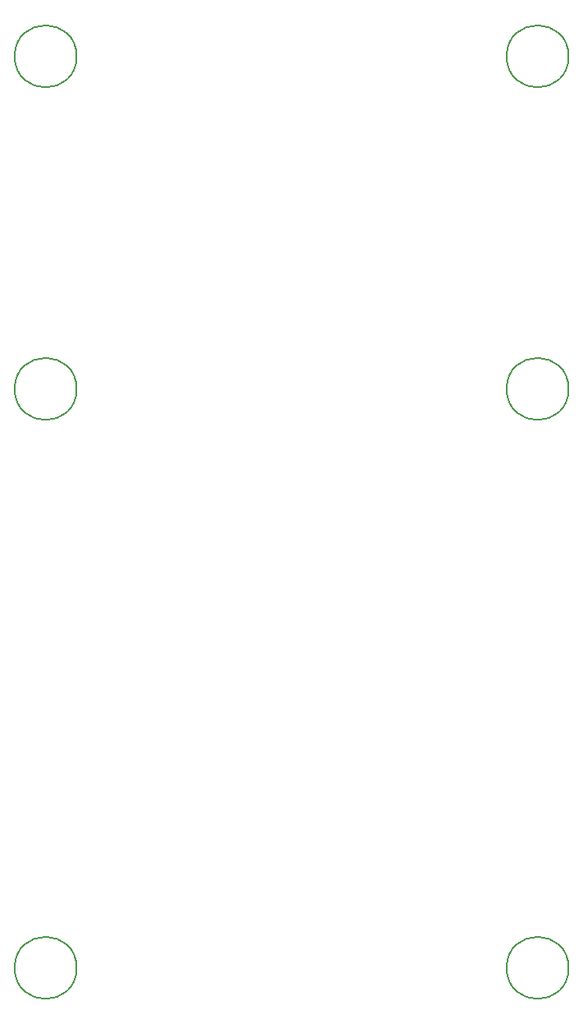
<source format=gbr>
G04 #@! TF.GenerationSoftware,KiCad,Pcbnew,(5.0.1)-4*
G04 #@! TF.CreationDate,2019-02-15T22:12:16-03:00*
G04 #@! TF.ProjectId,reflow,7265666C6F772E6B696361645F706362,rev?*
G04 #@! TF.SameCoordinates,Original*
G04 #@! TF.FileFunction,Other,Comment*
%FSLAX46Y46*%
G04 Gerber Fmt 4.6, Leading zero omitted, Abs format (unit mm)*
G04 Created by KiCad (PCBNEW (5.0.1)-4) date 15/2/2019 22:12:16*
%MOMM*%
%LPD*%
G01*
G04 APERTURE LIST*
%ADD10C,0.150000*%
G04 APERTURE END LIST*
D10*
G04 #@! TO.C,MH1*
X179730000Y-24130000D02*
G75*
G03X179730000Y-24130000I-3200000J0D01*
G01*
G04 #@! TO.C,MH2*
X128930000Y-118110000D02*
G75*
G03X128930000Y-118110000I-3200000J0D01*
G01*
G04 #@! TO.C,MH3*
X128930000Y-24130000D02*
G75*
G03X128930000Y-24130000I-3200000J0D01*
G01*
G04 #@! TO.C,MH4*
X179730000Y-58420000D02*
G75*
G03X179730000Y-58420000I-3200000J0D01*
G01*
G04 #@! TO.C,MH5*
X128930000Y-58420000D02*
G75*
G03X128930000Y-58420000I-3200000J0D01*
G01*
G04 #@! TO.C,MH6*
X179730000Y-118110000D02*
G75*
G03X179730000Y-118110000I-3200000J0D01*
G01*
G04 #@! TD*
M02*

</source>
